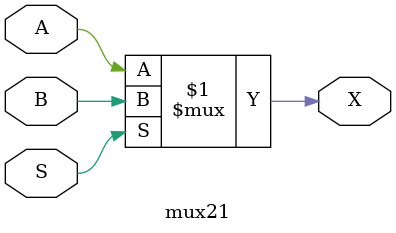
<source format=v>
module mux21(A, B, S, X);

input A, B, S;
output X;

// X = AS' + BS => Dataflow Modelling
assign X=(S)?B:A;

endmodule
</source>
